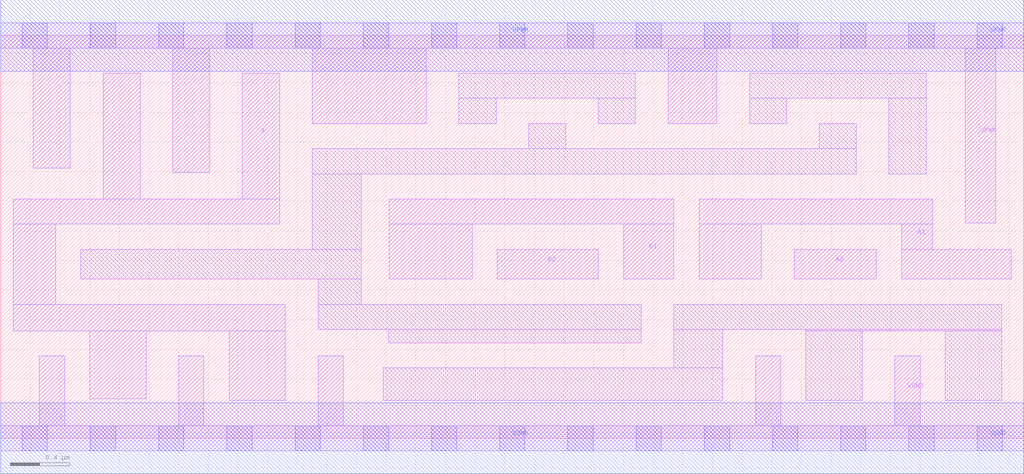
<source format=lef>
# Copyright 2020 The SkyWater PDK Authors
#
# Licensed under the Apache License, Version 2.0 (the "License");
# you may not use this file except in compliance with the License.
# You may obtain a copy of the License at
#
#     https://www.apache.org/licenses/LICENSE-2.0
#
# Unless required by applicable law or agreed to in writing, software
# distributed under the License is distributed on an "AS IS" BASIS,
# WITHOUT WARRANTIES OR CONDITIONS OF ANY KIND, either express or implied.
# See the License for the specific language governing permissions and
# limitations under the License.
#
# SPDX-License-Identifier: Apache-2.0

VERSION 5.7 ;
  NAMESCASESENSITIVE ON ;
  NOWIREEXTENSIONATPIN ON ;
  DIVIDERCHAR "/" ;
  BUSBITCHARS "[]" ;
UNITS
  DATABASE MICRONS 200 ;
END UNITS
PROPERTYDEFINITIONS
  MACRO maskLayoutSubType STRING ;
  MACRO prCellType STRING ;
  MACRO originalViewName STRING ;
END PROPERTYDEFINITIONS
MACRO sky130_fd_sc_hdll__o22a_4
  CLASS CORE ;
  FOREIGN sky130_fd_sc_hdll__o22a_4 ;
  ORIGIN  0.000000  0.000000 ;
  SIZE  6.900000 BY  2.720000 ;
  SYMMETRY X Y R90 ;
  SITE unithd ;
  PIN A1
    ANTENNAGATEAREA  0.555000 ;
    DIRECTION INPUT ;
    USE SIGNAL ;
    PORT
      LAYER li1 ;
        RECT 4.710000 1.075000 5.130000 1.445000 ;
        RECT 4.710000 1.445000 6.285000 1.615000 ;
        RECT 6.075000 1.075000 6.815000 1.275000 ;
        RECT 6.075000 1.275000 6.285000 1.445000 ;
    END
  END A1
  PIN A2
    ANTENNAGATEAREA  0.555000 ;
    DIRECTION INPUT ;
    USE SIGNAL ;
    PORT
      LAYER li1 ;
        RECT 5.350000 1.075000 5.905000 1.275000 ;
    END
  END A2
  PIN B1
    ANTENNAGATEAREA  0.555000 ;
    DIRECTION INPUT ;
    USE SIGNAL ;
    PORT
      LAYER li1 ;
        RECT 2.620000 1.075000 3.180000 1.445000 ;
        RECT 2.620000 1.445000 4.540000 1.615000 ;
        RECT 4.200000 1.075000 4.540000 1.445000 ;
    END
  END B1
  PIN B2
    ANTENNAGATEAREA  0.555000 ;
    DIRECTION INPUT ;
    USE SIGNAL ;
    PORT
      LAYER li1 ;
        RECT 3.350000 1.075000 4.030000 1.275000 ;
    END
  END B2
  PIN VGND
    ANTENNADIFFAREA  0.942500 ;
    DIRECTION INOUT ;
    USE SIGNAL ;
    PORT
      LAYER li1 ;
        RECT 0.000000 -0.085000 6.900000 0.085000 ;
        RECT 0.260000  0.085000 0.430000 0.555000 ;
        RECT 1.200000  0.085000 1.370000 0.555000 ;
        RECT 2.140000  0.085000 2.310000 0.555000 ;
        RECT 5.090000  0.085000 5.260000 0.555000 ;
        RECT 6.030000  0.085000 6.200000 0.555000 ;
      LAYER mcon ;
        RECT 0.145000 -0.085000 0.315000 0.085000 ;
        RECT 0.605000 -0.085000 0.775000 0.085000 ;
        RECT 1.065000 -0.085000 1.235000 0.085000 ;
        RECT 1.525000 -0.085000 1.695000 0.085000 ;
        RECT 1.985000 -0.085000 2.155000 0.085000 ;
        RECT 2.445000 -0.085000 2.615000 0.085000 ;
        RECT 2.905000 -0.085000 3.075000 0.085000 ;
        RECT 3.365000 -0.085000 3.535000 0.085000 ;
        RECT 3.825000 -0.085000 3.995000 0.085000 ;
        RECT 4.285000 -0.085000 4.455000 0.085000 ;
        RECT 4.745000 -0.085000 4.915000 0.085000 ;
        RECT 5.205000 -0.085000 5.375000 0.085000 ;
        RECT 5.665000 -0.085000 5.835000 0.085000 ;
        RECT 6.125000 -0.085000 6.295000 0.085000 ;
        RECT 6.585000 -0.085000 6.755000 0.085000 ;
      LAYER met1 ;
        RECT 0.000000 -0.240000 6.900000 0.240000 ;
    END
  END VGND
  PIN VPWR
    ANTENNADIFFAREA  2.055000 ;
    DIRECTION INOUT ;
    USE SIGNAL ;
    PORT
      LAYER li1 ;
        RECT 0.000000 2.635000 6.900000 2.805000 ;
        RECT 0.220000 1.825000 0.470000 2.635000 ;
        RECT 1.160000 1.795000 1.410000 2.635000 ;
        RECT 2.100000 2.125000 2.870000 2.635000 ;
        RECT 4.500000 2.125000 4.830000 2.635000 ;
        RECT 6.505000 1.455000 6.710000 2.635000 ;
      LAYER mcon ;
        RECT 0.145000 2.635000 0.315000 2.805000 ;
        RECT 0.605000 2.635000 0.775000 2.805000 ;
        RECT 1.065000 2.635000 1.235000 2.805000 ;
        RECT 1.525000 2.635000 1.695000 2.805000 ;
        RECT 1.985000 2.635000 2.155000 2.805000 ;
        RECT 2.445000 2.635000 2.615000 2.805000 ;
        RECT 2.905000 2.635000 3.075000 2.805000 ;
        RECT 3.365000 2.635000 3.535000 2.805000 ;
        RECT 3.825000 2.635000 3.995000 2.805000 ;
        RECT 4.285000 2.635000 4.455000 2.805000 ;
        RECT 4.745000 2.635000 4.915000 2.805000 ;
        RECT 5.205000 2.635000 5.375000 2.805000 ;
        RECT 5.665000 2.635000 5.835000 2.805000 ;
        RECT 6.125000 2.635000 6.295000 2.805000 ;
        RECT 6.585000 2.635000 6.755000 2.805000 ;
      LAYER met1 ;
        RECT 0.000000 2.480000 6.900000 2.960000 ;
    END
  END VPWR
  PIN X
    ANTENNADIFFAREA  1.028500 ;
    DIRECTION OUTPUT ;
    USE SIGNAL ;
    PORT
      LAYER li1 ;
        RECT 0.085000 0.725000 1.920000 0.905000 ;
        RECT 0.085000 0.905000 0.370000 1.445000 ;
        RECT 0.085000 1.445000 1.880000 1.615000 ;
        RECT 0.600000 0.265000 0.980000 0.725000 ;
        RECT 0.690000 1.615000 0.940000 2.465000 ;
        RECT 1.540000 0.255000 1.920000 0.725000 ;
        RECT 1.630000 1.615000 1.880000 2.465000 ;
    END
  END X
  OBS
    LAYER li1 ;
      RECT 0.540000 1.075000 2.430000 1.275000 ;
      RECT 2.100000 1.275000 2.430000 1.785000 ;
      RECT 2.100000 1.785000 5.770000 1.955000 ;
      RECT 2.140000 0.735000 4.320000 0.905000 ;
      RECT 2.140000 0.905000 2.430000 1.075000 ;
      RECT 2.580000 0.255000 4.870000 0.475000 ;
      RECT 2.615000 0.645000 4.320000 0.735000 ;
      RECT 3.090000 2.125000 3.340000 2.295000 ;
      RECT 3.090000 2.295000 4.280000 2.465000 ;
      RECT 3.560000 1.955000 3.810000 2.125000 ;
      RECT 4.030000 2.125000 4.280000 2.295000 ;
      RECT 4.540000 0.475000 4.870000 0.735000 ;
      RECT 4.540000 0.735000 6.750000 0.905000 ;
      RECT 5.050000 2.125000 5.300000 2.295000 ;
      RECT 5.050000 2.295000 6.240000 2.465000 ;
      RECT 5.430000 0.255000 5.810000 0.725000 ;
      RECT 5.430000 0.725000 6.750000 0.735000 ;
      RECT 5.520000 1.955000 5.770000 2.125000 ;
      RECT 5.990000 1.785000 6.240000 2.295000 ;
      RECT 6.370000 0.255000 6.750000 0.725000 ;
  END
  PROPERTY maskLayoutSubType "abstract" ;
  PROPERTY prCellType "standard" ;
  PROPERTY originalViewName "layout" ;
END sky130_fd_sc_hdll__o22a_4

</source>
